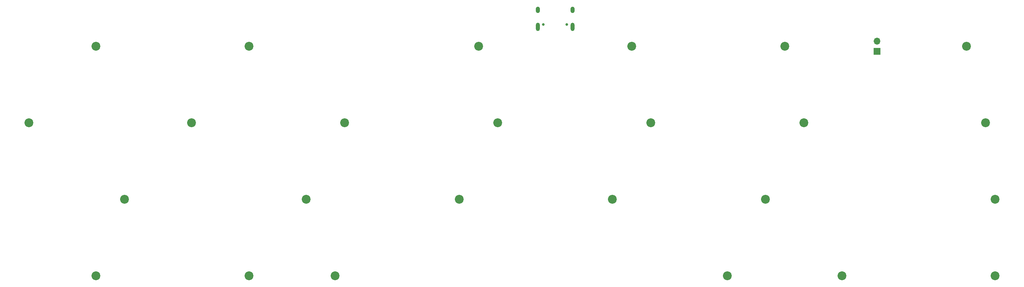
<source format=gbr>
%TF.GenerationSoftware,KiCad,Pcbnew,(7.0.0)*%
%TF.CreationDate,2024-02-20T12:58:42+01:00*%
%TF.ProjectId,oceanographer EC,6f636561-6e6f-4677-9261-706865722045,rev?*%
%TF.SameCoordinates,Original*%
%TF.FileFunction,Soldermask,Top*%
%TF.FilePolarity,Negative*%
%FSLAX46Y46*%
G04 Gerber Fmt 4.6, Leading zero omitted, Abs format (unit mm)*
G04 Created by KiCad (PCBNEW (7.0.0)) date 2024-02-20 12:58:42*
%MOMM*%
%LPD*%
G01*
G04 APERTURE LIST*
%ADD10C,2.200000*%
%ADD11R,1.700000X1.700000*%
%ADD12O,1.700000X1.700000*%
%ADD13C,0.650000*%
%ADD14O,1.000000X1.600000*%
%ADD15O,1.000000X2.100000*%
G04 APERTURE END LIST*
D10*
%TO.C,H16*%
X257968750Y-70643750D03*
%TD*%
%TO.C,H15*%
X260350000Y-108743750D03*
%TD*%
%TO.C,H6*%
X98425000Y-70643750D03*
%TD*%
%TO.C,H4*%
X253206250Y-51593750D03*
%TD*%
%TO.C,H5*%
X60325000Y-70643750D03*
%TD*%
%TO.C,H21*%
X127000000Y-89693750D03*
%TD*%
%TO.C,H14*%
X193675000Y-108743750D03*
%TD*%
%TO.C,H11*%
X260350000Y-89693750D03*
%TD*%
%TO.C,H8*%
X43656250Y-89693750D03*
%TD*%
%TO.C,H19*%
X136525000Y-70643750D03*
%TD*%
%TO.C,H18*%
X74612500Y-51593750D03*
%TD*%
%TO.C,H1*%
X36512500Y-51593750D03*
%TD*%
%TO.C,H22*%
X207962500Y-51593750D03*
%TD*%
%TO.C,H10*%
X165100000Y-89693750D03*
%TD*%
%TO.C,H12*%
X74612500Y-108743750D03*
%TD*%
%TO.C,H23*%
X174625000Y-70643750D03*
%TD*%
%TO.C,H7*%
X212725000Y-70643750D03*
%TD*%
%TO.C,H20*%
X36512500Y-108743750D03*
%TD*%
%TO.C,H3*%
X169862500Y-51593750D03*
%TD*%
%TO.C,H2*%
X131762500Y-51593750D03*
%TD*%
%TO.C,H13*%
X96043750Y-108743750D03*
%TD*%
%TO.C,H25*%
X203200000Y-89693750D03*
%TD*%
%TO.C,H24*%
X222250000Y-108743750D03*
%TD*%
%TO.C,H9*%
X88900000Y-89693750D03*
%TD*%
%TO.C,H17*%
X19843750Y-70643750D03*
%TD*%
D11*
%TO.C,SW1*%
X230981249Y-52868749D03*
D12*
X230981249Y-50328749D03*
%TD*%
D13*
%TO.C,USB1*%
X147922500Y-46215000D03*
X153702500Y-46215000D03*
D14*
X146492499Y-42564999D03*
D15*
X146492499Y-46744999D03*
D14*
X155132499Y-42564999D03*
D15*
X155132499Y-46744999D03*
%TD*%
M02*

</source>
